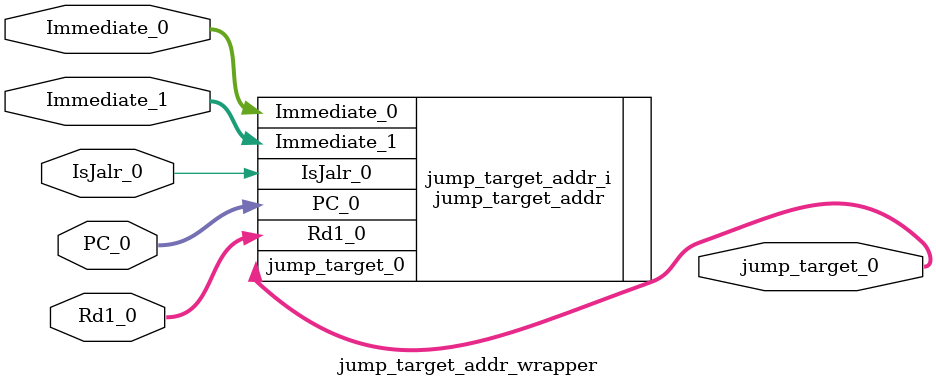
<source format=v>
`timescale 1 ps / 1 ps

module jump_target_addr_wrapper
   (Immediate_0,
    Immediate_1,
    IsJalr_0,
    PC_0,
    Rd1_0,
    jump_target_0);
  input [31:0]Immediate_0;
  input [31:0]Immediate_1;
  input IsJalr_0;
  input [31:0]PC_0;
  input [31:0]Rd1_0;
  output [31:0]jump_target_0;

  wire [31:0]Immediate_0;
  wire [31:0]Immediate_1;
  wire IsJalr_0;
  wire [31:0]PC_0;
  wire [31:0]Rd1_0;
  wire [31:0]jump_target_0;

  jump_target_addr jump_target_addr_i
       (.Immediate_0(Immediate_0),
        .Immediate_1(Immediate_1),
        .IsJalr_0(IsJalr_0),
        .PC_0(PC_0),
        .Rd1_0(Rd1_0),
        .jump_target_0(jump_target_0));
endmodule

</source>
